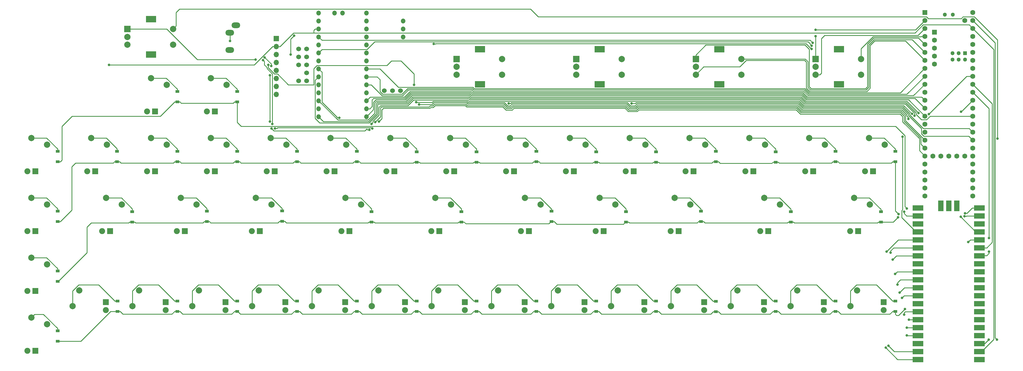
<source format=gbl>
G04 #@! TF.GenerationSoftware,KiCad,Pcbnew,(5.1.4)-1*
G04 #@! TF.CreationDate,2022-01-07T23:34:50-05:00*
G04 #@! TF.ProjectId,the_TOP-1,7468655f-544f-4502-9d31-2e6b69636164,rev?*
G04 #@! TF.SameCoordinates,Original*
G04 #@! TF.FileFunction,Copper,L2,Bot*
G04 #@! TF.FilePolarity,Positive*
%FSLAX46Y46*%
G04 Gerber Fmt 4.6, Leading zero omitted, Abs format (unit mm)*
G04 Created by KiCad (PCBNEW (5.1.4)-1) date 2022-01-07 23:34:50*
%MOMM*%
%LPD*%
G04 APERTURE LIST*
%ADD10O,1.524000X1.524000*%
%ADD11C,1.524000*%
%ADD12O,2.800000X1.800000*%
%ADD13O,1.700000X1.700000*%
%ADD14R,1.700000X1.700000*%
%ADD15C,1.600000*%
%ADD16R,1.600000X1.600000*%
%ADD17R,1.300000X1.300000*%
%ADD18C,1.300000*%
%ADD19R,1.905000X1.905000*%
%ADD20C,1.905000*%
%ADD21C,2.000000*%
%ADD22R,1.700000X3.500000*%
%ADD23R,3.500000X1.700000*%
%ADD24R,2.000000X2.000000*%
%ADD25R,3.200000X2.000000*%
%ADD26R,1.200000X0.900000*%
%ADD27C,0.800000*%
%ADD28C,0.250000*%
G04 APERTURE END LIST*
D10*
X97155000Y17145000D03*
X97155000Y14605000D03*
X97155000Y12065000D03*
X97155000Y9525000D03*
X97155000Y6985000D03*
X97155000Y4445000D03*
X97155000Y1905000D03*
X97155000Y-635000D03*
X97155000Y-3175000D03*
X97155000Y-5715000D03*
X97155000Y-8255000D03*
X97155000Y-10795000D03*
X97155000Y-13335000D03*
X97155000Y-15875000D03*
X89535000Y17145000D03*
X86995000Y17145000D03*
X81915000Y-15875000D03*
X81915000Y-13335000D03*
X81915000Y-10795000D03*
X81915000Y-8255000D03*
X81915000Y-5715000D03*
X81915000Y-3175000D03*
X81915000Y-635000D03*
X81915000Y1905000D03*
X81915000Y4445000D03*
X81915000Y6985000D03*
X81915000Y9525000D03*
X81915000Y12065000D03*
X81915000Y14605000D03*
X81915000Y17145000D03*
D11*
X78105000Y5715000D03*
X78105000Y3175000D03*
X75565000Y5715000D03*
X75565000Y3175000D03*
X75565000Y635000D03*
X78105000Y635000D03*
X78105000Y-1905000D03*
X78105000Y-4445000D03*
X75565000Y-4445000D03*
X102847140Y-7645400D03*
X105427780Y-7645400D03*
X107965240Y-7645400D03*
D10*
X108839000Y12065000D03*
X108839000Y9525000D03*
X108839000Y14605000D03*
D12*
X53626000Y5308000D03*
X53626000Y10808000D03*
X55626000Y13208000D03*
D13*
X68443999Y-8762999D03*
X68443999Y-6222999D03*
X68443999Y-3682999D03*
X68443999Y-1142999D03*
X68443999Y1397001D03*
X68443999Y3937001D03*
X68443999Y6477001D03*
D14*
X68443999Y9017001D03*
D15*
X287655000Y14763750D03*
X278005800Y844550D03*
X278005800Y3384550D03*
X278005800Y5924550D03*
X278005800Y8464550D03*
D16*
X278005800Y11004550D03*
D15*
X290195000Y17303750D03*
X290195000Y14763750D03*
X290195000Y12223750D03*
X290195000Y9683750D03*
X290195000Y7143750D03*
X290195000Y4603750D03*
X290195000Y2063750D03*
X290195000Y-476250D03*
X290195000Y-3016250D03*
X290195000Y-5556250D03*
X290195000Y-8096250D03*
X290195000Y-10636250D03*
X290195000Y-13176250D03*
X290195000Y-15716250D03*
D16*
X274955000Y17303750D03*
D15*
X274955000Y14763750D03*
X274955000Y12223750D03*
X274955000Y9683750D03*
X274955000Y7143750D03*
X274955000Y4603750D03*
X274955000Y2063750D03*
X274955000Y-476250D03*
X274955000Y-3016250D03*
X274955000Y-5556250D03*
X274955000Y-8096250D03*
X274955000Y-10636250D03*
X274955000Y-13176250D03*
X290195000Y-18256250D03*
X290195000Y-20796250D03*
X290195000Y-23336250D03*
X290195000Y-25876250D03*
X290195000Y-28416250D03*
X290195000Y-30956250D03*
X290195000Y-33496250D03*
X290195000Y-36036250D03*
X290195000Y-38576250D03*
X290195000Y-41116250D03*
X274955000Y-41116250D03*
X274955000Y-38576250D03*
X274955000Y-36036250D03*
X274955000Y-33496250D03*
X274955000Y-15716250D03*
X274955000Y-18256250D03*
X274955000Y-20796250D03*
X274955000Y-30956250D03*
X274955000Y-28416250D03*
X274955000Y-25876250D03*
X274955000Y-23336250D03*
D17*
X287756600Y4333750D03*
D18*
X287756600Y2333750D03*
X285756600Y4333750D03*
X285756600Y2333750D03*
X283756600Y2333750D03*
X283756600Y4333750D03*
D15*
X277495000Y-28416250D03*
X280035000Y-28416250D03*
X282575000Y-28416250D03*
X285115000Y-28416250D03*
X287655000Y-28416250D03*
D18*
X281305000Y16573750D03*
X283845000Y16573750D03*
D19*
X71375000Y-74930000D03*
D20*
X71375000Y-77470000D03*
D21*
X62875000Y-71200000D03*
X60775000Y-76200000D03*
D22*
X285115000Y-44256250D03*
X282575000Y-44256250D03*
X280035000Y-44256250D03*
D23*
X292365000Y-44926250D03*
X292365000Y-47466250D03*
X292365000Y-50006250D03*
X292365000Y-52546250D03*
X292365000Y-55086250D03*
X292365000Y-57626250D03*
X292365000Y-60166250D03*
X292365000Y-62706250D03*
X292365000Y-65246250D03*
X292365000Y-67786250D03*
X292365000Y-70326250D03*
X292365000Y-72866250D03*
X292365000Y-75406250D03*
X292365000Y-77946250D03*
X292365000Y-80486250D03*
X292365000Y-83026250D03*
X292365000Y-85566250D03*
X292365000Y-88106250D03*
X292365000Y-90646250D03*
X292365000Y-93186250D03*
X272785000Y-44926250D03*
X272785000Y-47466250D03*
X272785000Y-50006250D03*
X272785000Y-52546250D03*
X272785000Y-55086250D03*
X272785000Y-57626250D03*
X272785000Y-60166250D03*
X272785000Y-62706250D03*
X272785000Y-65246250D03*
X272785000Y-67786250D03*
X272785000Y-70326250D03*
X272785000Y-72866250D03*
X272785000Y-75406250D03*
X272785000Y-77946250D03*
X272785000Y-80486250D03*
X272785000Y-83026250D03*
X272785000Y-85566250D03*
X272785000Y-88106250D03*
X272785000Y-90646250D03*
X272785000Y-93186250D03*
D19*
X253682500Y-52325000D03*
D20*
X251142500Y-52325000D03*
D21*
X257412500Y-43825000D03*
X252412500Y-41725000D03*
D19*
X239395000Y-33275000D03*
D20*
X236855000Y-33275000D03*
D21*
X243125000Y-24775000D03*
X238125000Y-22675000D03*
D19*
X225107500Y-52325000D03*
D20*
X222567500Y-52325000D03*
D21*
X228837500Y-43825000D03*
X223837500Y-41725000D03*
D19*
X196532500Y-52325000D03*
D20*
X193992500Y-52325000D03*
D21*
X200262500Y-43825000D03*
X195262500Y-41725000D03*
D19*
X201295000Y-33275000D03*
D20*
X198755000Y-33275000D03*
D21*
X205025000Y-24775000D03*
X200025000Y-22675000D03*
D19*
X148907500Y-52325000D03*
D20*
X146367500Y-52325000D03*
D21*
X152637500Y-43825000D03*
X147637500Y-41725000D03*
D19*
X120332500Y-52325000D03*
D20*
X117792500Y-52325000D03*
D21*
X124062500Y-43825000D03*
X119062500Y-41725000D03*
D19*
X63182500Y-52325000D03*
D20*
X60642500Y-52325000D03*
D21*
X66912500Y-43825000D03*
X61912500Y-41725000D03*
D19*
X67945000Y-33275000D03*
D20*
X65405000Y-33275000D03*
D21*
X71675000Y-24775000D03*
X66675000Y-22675000D03*
D19*
X91757500Y-52325000D03*
D20*
X89217500Y-52325000D03*
D21*
X95487500Y-43825000D03*
X90487500Y-41725000D03*
D19*
X15557500Y-52325000D03*
D20*
X13017500Y-52325000D03*
D21*
X19287500Y-43825000D03*
X14287500Y-41725000D03*
D24*
X240151920Y2499360D03*
D21*
X240151920Y-640D03*
X240151920Y-2500640D03*
D25*
X247651920Y5599360D03*
X247651920Y-5600640D03*
D21*
X254651920Y2499360D03*
X254651920Y-2500640D03*
D24*
X202051920Y2499360D03*
D21*
X202051920Y-640D03*
X202051920Y-2500640D03*
D25*
X209551920Y5599360D03*
X209551920Y-5600640D03*
D21*
X216551920Y2499360D03*
X216551920Y-2500640D03*
D24*
X163951920Y2499360D03*
D21*
X163951920Y-640D03*
X163951920Y-2500640D03*
D25*
X171451920Y5599360D03*
X171451920Y-5600640D03*
D21*
X178451920Y2499360D03*
X178451920Y-2500640D03*
D24*
X125851920Y2499360D03*
D21*
X125851920Y-640D03*
X125851920Y-2500640D03*
D25*
X133351920Y5599360D03*
X133351920Y-5600640D03*
D21*
X140351920Y2499360D03*
X140351920Y-2500640D03*
D24*
X21076920Y12024360D03*
D21*
X21076920Y9524360D03*
X21076920Y7024360D03*
D25*
X28576920Y15124360D03*
X28576920Y3924360D03*
D21*
X35576920Y12024360D03*
X35576920Y7024360D03*
D19*
X261875000Y-74930000D03*
D20*
X261875000Y-77470000D03*
D21*
X253375000Y-71200000D03*
X251275000Y-76200000D03*
D19*
X258445000Y-33275000D03*
D20*
X255905000Y-33275000D03*
D21*
X262175000Y-24775000D03*
X257175000Y-22675000D03*
D19*
X242825000Y-74930000D03*
D20*
X242825000Y-77470000D03*
D21*
X234325000Y-71200000D03*
X232225000Y-76200000D03*
D19*
X223775000Y-74930000D03*
D20*
X223775000Y-77470000D03*
D21*
X215275000Y-71200000D03*
X213175000Y-76200000D03*
D19*
X220345000Y-33275000D03*
D20*
X217805000Y-33275000D03*
D21*
X224075000Y-24775000D03*
X219075000Y-22675000D03*
D19*
X204725000Y-74930000D03*
D20*
X204725000Y-77470000D03*
D21*
X196225000Y-71200000D03*
X194125000Y-76200000D03*
D19*
X185675000Y-74930000D03*
D20*
X185675000Y-77470000D03*
D21*
X177175000Y-71200000D03*
X175075000Y-76200000D03*
D19*
X182245000Y-33275000D03*
D20*
X179705000Y-33275000D03*
D21*
X185975000Y-24775000D03*
X180975000Y-22675000D03*
D19*
X166625000Y-74930000D03*
D20*
X166625000Y-77470000D03*
D21*
X158125000Y-71200000D03*
X156025000Y-76200000D03*
D19*
X172720000Y-52325000D03*
D20*
X170180000Y-52325000D03*
D21*
X176450000Y-43825000D03*
X171450000Y-41725000D03*
D19*
X163195000Y-33275000D03*
D20*
X160655000Y-33275000D03*
D21*
X166925000Y-24775000D03*
X161925000Y-22675000D03*
D19*
X147575000Y-74930000D03*
D20*
X147575000Y-77470000D03*
D21*
X139075000Y-71200000D03*
X136975000Y-76200000D03*
D19*
X144145000Y-33275000D03*
D20*
X141605000Y-33275000D03*
D21*
X147875000Y-24775000D03*
X142875000Y-22675000D03*
D19*
X128525000Y-74930000D03*
D20*
X128525000Y-77470000D03*
D21*
X120025000Y-71200000D03*
X117925000Y-76200000D03*
D19*
X125095000Y-33275000D03*
D20*
X122555000Y-33275000D03*
D21*
X128825000Y-24775000D03*
X123825000Y-22675000D03*
D19*
X109475000Y-74930000D03*
D20*
X109475000Y-77470000D03*
D21*
X100975000Y-71200000D03*
X98875000Y-76200000D03*
D19*
X106045000Y-33275000D03*
D20*
X103505000Y-33275000D03*
D21*
X109775000Y-24775000D03*
X104775000Y-22675000D03*
D19*
X90425000Y-74930000D03*
D20*
X90425000Y-77470000D03*
D21*
X81925000Y-71200000D03*
X79825000Y-76200000D03*
D19*
X86995000Y-33275000D03*
D20*
X84455000Y-33275000D03*
D21*
X90725000Y-24775000D03*
X85725000Y-22675000D03*
D19*
X52325000Y-74930000D03*
D20*
X52325000Y-77470000D03*
D21*
X43825000Y-71200000D03*
X41725000Y-76200000D03*
D19*
X48895000Y-33275000D03*
D20*
X46355000Y-33275000D03*
D21*
X52625000Y-24775000D03*
X47625000Y-22675000D03*
D19*
X48895000Y-14225000D03*
D20*
X46355000Y-14225000D03*
D21*
X52625000Y-5725000D03*
X47625000Y-3625000D03*
D19*
X33275000Y-74930000D03*
D20*
X33275000Y-77470000D03*
D21*
X24775000Y-71200000D03*
X22675000Y-76200000D03*
D19*
X39370000Y-52325000D03*
D20*
X36830000Y-52325000D03*
D21*
X43100000Y-43825000D03*
X38100000Y-41725000D03*
D19*
X29845000Y-33275000D03*
D20*
X27305000Y-33275000D03*
D21*
X33575000Y-24775000D03*
X28575000Y-22675000D03*
D19*
X29845000Y-14225000D03*
D20*
X27305000Y-14225000D03*
D21*
X33575000Y-5725000D03*
X28575000Y-3625000D03*
D19*
X14225000Y-74930000D03*
D20*
X14225000Y-77470000D03*
D21*
X5725000Y-71200000D03*
X3625000Y-76200000D03*
X9525000Y-22675000D03*
X14525000Y-24775000D03*
D20*
X8255000Y-33275000D03*
D19*
X10795000Y-33275000D03*
X-8255000Y-90425000D03*
D20*
X-10795000Y-90425000D03*
D21*
X-4525000Y-81925000D03*
X-9525000Y-79825000D03*
D19*
X-8255000Y-71375000D03*
D20*
X-10795000Y-71375000D03*
D21*
X-4525000Y-62875000D03*
X-9525000Y-60775000D03*
D19*
X-8255000Y-52325000D03*
D20*
X-10795000Y-52325000D03*
D21*
X-4525000Y-43825000D03*
X-9525000Y-41725000D03*
D19*
X-8255000Y-33275000D03*
D20*
X-10795000Y-33275000D03*
D21*
X-4525000Y-24775000D03*
X-9525000Y-22675000D03*
D26*
X265557000Y-74550000D03*
X265557000Y-77850000D03*
X260985000Y-46102000D03*
X260985000Y-49402000D03*
X265557000Y-26925000D03*
X265557000Y-30225000D03*
X246507000Y-74550000D03*
X246507000Y-77850000D03*
X246507000Y-26925000D03*
X246507000Y-30225000D03*
X227457000Y-74550000D03*
X227457000Y-77850000D03*
X227457000Y-27052000D03*
X227457000Y-30352000D03*
X208407000Y-74677000D03*
X208407000Y-77977000D03*
X203708000Y-45975000D03*
X203708000Y-49275000D03*
X208407000Y-26925000D03*
X208407000Y-30225000D03*
X189357000Y-74550000D03*
X189357000Y-77850000D03*
X232283000Y-46102000D03*
X232283000Y-49402000D03*
X189357000Y-27052000D03*
X189357000Y-30352000D03*
X170307000Y-74550000D03*
X170307000Y-77850000D03*
X179832000Y-46102000D03*
X179832000Y-49402000D03*
X170307000Y-27052000D03*
X170307000Y-30352000D03*
X151257000Y-74550000D03*
X151257000Y-77850000D03*
X151257000Y-26925000D03*
X151257000Y-30225000D03*
X132207000Y-74550000D03*
X132207000Y-77850000D03*
X156083000Y-45975000D03*
X156083000Y-49275000D03*
X132207000Y-27052000D03*
X132207000Y-30352000D03*
X113157000Y-74550000D03*
X113157000Y-77850000D03*
X127381000Y-46102000D03*
X127381000Y-49402000D03*
X113157000Y-27052000D03*
X113157000Y-30352000D03*
X94107000Y-74550000D03*
X94107000Y-77850000D03*
X98806000Y-46102000D03*
X98806000Y-49402000D03*
X94107000Y-26925000D03*
X94107000Y-30225000D03*
X75057000Y-74550000D03*
X75057000Y-77850000D03*
X75057000Y-26925000D03*
X75057000Y-30225000D03*
X56007000Y-74550000D03*
X56007000Y-77850000D03*
X70358000Y-45848000D03*
X70358000Y-49148000D03*
X56007000Y-26925000D03*
X56007000Y-30225000D03*
X56007000Y-7875000D03*
X56007000Y-11175000D03*
X36957000Y-74550000D03*
X36957000Y-77850000D03*
X46355000Y-45975000D03*
X46355000Y-49275000D03*
X36957000Y-26925000D03*
X36957000Y-30225000D03*
X36957000Y-7875000D03*
X36957000Y-11175000D03*
X17907000Y-74550000D03*
X17907000Y-77850000D03*
X22606000Y-46102000D03*
X22606000Y-49402000D03*
X17780000Y-26925000D03*
X17780000Y-30225000D03*
X-1143000Y-84075000D03*
X-1143000Y-87375000D03*
X-1143000Y-65025000D03*
X-1143000Y-68325000D03*
X-1143000Y-45975000D03*
X-1143000Y-49275000D03*
X-1143000Y-26925000D03*
X-1143000Y-30225000D03*
D27*
X269240000Y-45085000D03*
X287782000Y-46609000D03*
X266573000Y-46863000D03*
X287585884Y-47589583D03*
X266446000Y-47879000D03*
X286385000Y-47784010D03*
X288798000Y-55753000D03*
X268605000Y-77089000D03*
X15240000Y635000D03*
X262509000Y-89408000D03*
X263398000Y-88773000D03*
X269240000Y-85471000D03*
X269240000Y-83058000D03*
X269875000Y-80518000D03*
X268383000Y-78867000D03*
X267658000Y-73533000D03*
X266933000Y-71882000D03*
X266208000Y-69342000D03*
X265483000Y-65913000D03*
X264758000Y-61341000D03*
X264033000Y-59182000D03*
X262763000Y-58801000D03*
X267843000Y-22225000D03*
X268351000Y-46101000D03*
X113030294Y-11266000D03*
X269707684Y-16550316D03*
X65913000Y635001D03*
X112305294Y-5752000D03*
X113897888Y-12028000D03*
X101134067Y-17464536D03*
X98061692Y-20098010D03*
X66959226Y-19648000D03*
X66458000Y-17400284D03*
X66458000Y-2720859D03*
X66832147Y241080D03*
X64753136Y2962914D03*
X61849000Y2286000D03*
X64274314Y2085001D03*
X67183000Y-18198000D03*
X68072000Y-19648000D03*
X99060000Y-19648000D03*
X99934649Y-17638649D03*
X298043020Y-22860000D03*
X142487640Y-11700728D03*
X181610000Y-11700728D03*
X240157000Y9779000D03*
X240157000Y11811000D03*
X295275000Y-86868000D03*
X297942000Y-86868000D03*
X295402000Y-54483000D03*
X295402000Y-58801000D03*
X239268000Y7620000D03*
X238857501Y6708138D03*
X118618000Y7262989D03*
X238891539Y5708716D03*
X88523653Y-16237001D03*
X98806000Y-18198000D03*
X270863196Y-14971111D03*
X271636255Y-15605447D03*
X276225000Y-15045779D03*
X272934222Y-14720778D03*
X286510471Y-14320779D03*
X53721000Y8255000D03*
X74134192Y9939808D03*
X73025000Y3937000D03*
D28*
X-1143000Y-26225000D02*
X-1143000Y-26925000D01*
X-1143000Y-26195998D02*
X-1143000Y-26225000D01*
X-4663998Y-22675000D02*
X-1143000Y-26195998D01*
X-9525000Y-22675000D02*
X-4663998Y-22675000D01*
X-293000Y-30225000D02*
X254000Y-29678000D01*
X-1143000Y-30225000D02*
X-293000Y-30225000D01*
X254000Y-29678000D02*
X254000Y-18923000D01*
X254000Y-18923000D02*
X3429000Y-15748000D01*
X36107000Y-11175000D02*
X36957000Y-11175000D01*
X31534000Y-15748000D02*
X36107000Y-11175000D01*
X3429000Y-15748000D02*
X31534000Y-15748000D01*
X55157000Y-11175000D02*
X56007000Y-11175000D01*
X54781999Y-11550001D02*
X55157000Y-11175000D01*
X38182001Y-11550001D02*
X54781999Y-11550001D01*
X37807000Y-11175000D02*
X38182001Y-11550001D01*
X36957000Y-11175000D02*
X37807000Y-11175000D01*
X56007000Y-11175000D02*
X56007000Y-11875000D01*
X56007000Y-11875000D02*
X56007000Y-17653000D01*
X56007000Y-17653000D02*
X57277000Y-18923000D01*
X265614002Y-18923000D02*
X268605000Y-21913998D01*
X57277000Y-18923000D02*
X265614002Y-18923000D01*
X268605000Y-21913998D02*
X268605000Y-44450000D01*
X268605000Y-44450000D02*
X269240000Y-45085000D01*
X290030435Y-44926250D02*
X291465000Y-44926250D01*
X288347685Y-46609000D02*
X290030435Y-44926250D01*
X287782000Y-46609000D02*
X288347685Y-46609000D01*
X-1143000Y-45275000D02*
X-1143000Y-45975000D01*
X-1143000Y-45245998D02*
X-1143000Y-45275000D01*
X-4663998Y-41725000D02*
X-1143000Y-45245998D01*
X-9525000Y-41725000D02*
X-4663998Y-41725000D01*
X3379999Y-45602001D02*
X3379999Y-31799001D01*
X-1143000Y-49275000D02*
X-293000Y-49275000D01*
X-293000Y-49275000D02*
X3379999Y-45602001D01*
X16930000Y-30225000D02*
X17780000Y-30225000D01*
X16554999Y-30600001D02*
X16930000Y-30225000D01*
X4578999Y-30600001D02*
X16554999Y-30600001D01*
X3379999Y-31799001D02*
X4578999Y-30600001D01*
X36107000Y-30225000D02*
X36957000Y-30225000D01*
X35731999Y-30600001D02*
X36107000Y-30225000D01*
X19005001Y-30600001D02*
X35731999Y-30600001D01*
X18630000Y-30225000D02*
X19005001Y-30600001D01*
X17780000Y-30225000D02*
X18630000Y-30225000D01*
X265557000Y-30225000D02*
X265557000Y-45847000D01*
X265557000Y-45847000D02*
X266573000Y-46863000D01*
X288274902Y-47466250D02*
X291465000Y-47466250D01*
X288151569Y-47589583D02*
X288274902Y-47466250D01*
X287585884Y-47589583D02*
X288151569Y-47589583D01*
X37807000Y-30225000D02*
X36957000Y-30225000D01*
X38182001Y-30600001D02*
X37807000Y-30225000D01*
X54781999Y-30600001D02*
X38182001Y-30600001D01*
X55157000Y-30225000D02*
X54781999Y-30600001D01*
X56007000Y-30225000D02*
X55157000Y-30225000D01*
X246657000Y-30225000D02*
X246507000Y-30225000D01*
X265557000Y-30225000D02*
X264707000Y-30225000D01*
X227607000Y-30352000D02*
X227457000Y-30352000D01*
X246507000Y-30225000D02*
X245657000Y-30225000D01*
X208557000Y-30225000D02*
X208407000Y-30225000D01*
X227457000Y-30352000D02*
X226607000Y-30352000D01*
X190207000Y-30352000D02*
X189357000Y-30352000D01*
X190455001Y-30600001D02*
X190207000Y-30352000D01*
X207181999Y-30600001D02*
X190455001Y-30600001D01*
X207557000Y-30225000D02*
X207181999Y-30600001D01*
X208407000Y-30225000D02*
X207557000Y-30225000D01*
X170457000Y-30352000D02*
X170307000Y-30352000D01*
X189357000Y-30352000D02*
X188507000Y-30352000D01*
X151407000Y-30225000D02*
X151257000Y-30225000D01*
X170307000Y-30352000D02*
X169457000Y-30352000D01*
X132357000Y-30352000D02*
X132207000Y-30352000D01*
X151257000Y-30225000D02*
X150407000Y-30225000D01*
X114007000Y-30352000D02*
X113157000Y-30352000D01*
X114255001Y-30600001D02*
X114007000Y-30352000D01*
X131108999Y-30600001D02*
X114255001Y-30600001D01*
X131357000Y-30352000D02*
X131108999Y-30600001D01*
X132207000Y-30352000D02*
X131357000Y-30352000D01*
X94957000Y-30225000D02*
X94107000Y-30225000D01*
X95332001Y-30600001D02*
X94957000Y-30225000D01*
X112058999Y-30600001D02*
X95332001Y-30600001D01*
X112307000Y-30352000D02*
X112058999Y-30600001D01*
X113157000Y-30352000D02*
X112307000Y-30352000D01*
X75907000Y-30225000D02*
X75057000Y-30225000D01*
X76282001Y-30600001D02*
X75907000Y-30225000D01*
X92881999Y-30600001D02*
X76282001Y-30600001D01*
X93257000Y-30225000D02*
X92881999Y-30600001D01*
X94107000Y-30225000D02*
X93257000Y-30225000D01*
X56857000Y-30225000D02*
X56007000Y-30225000D01*
X57232001Y-30600001D02*
X56857000Y-30225000D01*
X73831999Y-30600001D02*
X57232001Y-30600001D01*
X74207000Y-30225000D02*
X73831999Y-30600001D01*
X75057000Y-30225000D02*
X74207000Y-30225000D01*
X247357000Y-30225000D02*
X246507000Y-30225000D01*
X247732001Y-30600001D02*
X247357000Y-30225000D01*
X264331999Y-30600001D02*
X247732001Y-30600001D01*
X264707000Y-30225000D02*
X264331999Y-30600001D01*
X228307000Y-30352000D02*
X227457000Y-30352000D01*
X228562000Y-30607000D02*
X228307000Y-30352000D01*
X245275000Y-30607000D02*
X228562000Y-30607000D01*
X245657000Y-30225000D02*
X245275000Y-30607000D01*
X209257000Y-30225000D02*
X208407000Y-30225000D01*
X209766000Y-30734000D02*
X209257000Y-30225000D01*
X226225000Y-30734000D02*
X209766000Y-30734000D01*
X226607000Y-30352000D02*
X226225000Y-30734000D01*
X171157000Y-30352000D02*
X170307000Y-30352000D01*
X171405001Y-30600001D02*
X171157000Y-30352000D01*
X188258999Y-30600001D02*
X171405001Y-30600001D01*
X188507000Y-30352000D02*
X188258999Y-30600001D01*
X152107000Y-30225000D02*
X151257000Y-30225000D01*
X152489000Y-30607000D02*
X152107000Y-30225000D01*
X169202000Y-30607000D02*
X152489000Y-30607000D01*
X169457000Y-30352000D02*
X169202000Y-30607000D01*
X133057000Y-30352000D02*
X132207000Y-30352000D01*
X133305001Y-30600001D02*
X133057000Y-30352000D01*
X150031999Y-30600001D02*
X133305001Y-30600001D01*
X150407000Y-30225000D02*
X150031999Y-30600001D01*
X-1143000Y-64325000D02*
X-1143000Y-65025000D01*
X-1143000Y-64295998D02*
X-1143000Y-64325000D01*
X-4663998Y-60775000D02*
X-1143000Y-64295998D01*
X-9525000Y-60775000D02*
X-4663998Y-60775000D01*
X8142499Y-59189501D02*
X8142499Y-51039501D01*
X-1143000Y-68325000D02*
X-993000Y-68325000D01*
X-993000Y-68325000D02*
X8142499Y-59189501D01*
X21756000Y-49402000D02*
X22606000Y-49402000D01*
X21507999Y-49650001D02*
X21756000Y-49402000D01*
X9531999Y-49650001D02*
X21507999Y-49650001D01*
X8142499Y-51039501D02*
X9531999Y-49650001D01*
X260985000Y-49402000D02*
X264923000Y-49402000D01*
X264923000Y-49402000D02*
X266446000Y-47879000D01*
X291147240Y-52546250D02*
X291465000Y-52546250D01*
X286385000Y-47784010D02*
X291147240Y-52546250D01*
X69508000Y-49148000D02*
X70358000Y-49148000D01*
X69005999Y-49650001D02*
X69508000Y-49148000D01*
X47580001Y-49650001D02*
X69005999Y-49650001D01*
X47205000Y-49275000D02*
X47580001Y-49650001D01*
X46355000Y-49275000D02*
X47205000Y-49275000D01*
X45505000Y-49275000D02*
X46355000Y-49275000D01*
X45129999Y-49650001D02*
X45505000Y-49275000D01*
X23704001Y-49650001D02*
X45129999Y-49650001D01*
X23456000Y-49402000D02*
X23704001Y-49650001D01*
X22606000Y-49402000D02*
X23456000Y-49402000D01*
X97956000Y-49402000D02*
X98806000Y-49402000D01*
X97707999Y-49650001D02*
X97956000Y-49402000D01*
X126531000Y-49402000D02*
X127381000Y-49402000D01*
X126282999Y-49650001D02*
X126531000Y-49402000D01*
X99904001Y-49650001D02*
X126282999Y-49650001D01*
X99656000Y-49402000D02*
X99904001Y-49650001D01*
X98806000Y-49402000D02*
X99656000Y-49402000D01*
X71710001Y-49650001D02*
X97707999Y-49650001D01*
X71208000Y-49148000D02*
X71710001Y-49650001D01*
X70358000Y-49148000D02*
X71208000Y-49148000D01*
X155933000Y-49275000D02*
X156083000Y-49275000D01*
X155233000Y-49975000D02*
X155933000Y-49275000D01*
X128804000Y-49975000D02*
X155233000Y-49975000D01*
X128231000Y-49402000D02*
X128804000Y-49975000D01*
X127381000Y-49402000D02*
X128231000Y-49402000D01*
X179682000Y-49402000D02*
X179832000Y-49402000D01*
X178982000Y-50102000D02*
X179682000Y-49402000D01*
X157760000Y-50102000D02*
X178982000Y-50102000D01*
X156933000Y-49275000D02*
X157760000Y-50102000D01*
X156083000Y-49275000D02*
X156933000Y-49275000D01*
X202858000Y-49275000D02*
X203708000Y-49275000D01*
X202482999Y-49650001D02*
X202858000Y-49275000D01*
X180930001Y-49650001D02*
X202482999Y-49650001D01*
X180682000Y-49402000D02*
X180930001Y-49650001D01*
X179832000Y-49402000D02*
X180682000Y-49402000D01*
X231433000Y-49402000D02*
X232283000Y-49402000D01*
X231184999Y-49650001D02*
X231433000Y-49402000D01*
X204933001Y-49650001D02*
X231184999Y-49650001D01*
X204558000Y-49275000D02*
X204933001Y-49650001D01*
X203708000Y-49275000D02*
X204558000Y-49275000D01*
X260135000Y-49402000D02*
X260985000Y-49402000D01*
X259886999Y-49650001D02*
X260135000Y-49402000D01*
X233381001Y-49650001D02*
X259886999Y-49650001D01*
X233133000Y-49402000D02*
X233381001Y-49650001D01*
X232283000Y-49402000D02*
X233133000Y-49402000D01*
X-1143000Y-83375000D02*
X-1143000Y-84075000D01*
X-1143000Y-83345998D02*
X-1143000Y-83375000D01*
X-5663997Y-78825001D02*
X-1143000Y-83345998D01*
X-8525001Y-78825001D02*
X-5663997Y-78825001D01*
X-9525000Y-79825000D02*
X-8525001Y-78825001D01*
X17057000Y-77850000D02*
X17907000Y-77850000D01*
X15735702Y-77850000D02*
X17057000Y-77850000D01*
X6210702Y-87375000D02*
X15735702Y-77850000D01*
X-1143000Y-87375000D02*
X6210702Y-87375000D01*
X291465000Y-55086250D02*
X289464750Y-55086250D01*
X289464750Y-55086250D02*
X288798000Y-55753000D01*
X265557000Y-78740000D02*
X265557000Y-77850000D01*
X265938000Y-79121000D02*
X265557000Y-78740000D01*
X268605000Y-77089000D02*
X266573000Y-79121000D01*
X266573000Y-79121000D02*
X265938000Y-79121000D01*
X37807000Y-77850000D02*
X36957000Y-77850000D01*
X38704501Y-78747501D02*
X37807000Y-77850000D01*
X54259499Y-78747501D02*
X38704501Y-78747501D01*
X55157000Y-77850000D02*
X54259499Y-78747501D01*
X56007000Y-77850000D02*
X55157000Y-77850000D01*
X18757000Y-77850000D02*
X17907000Y-77850000D01*
X19654501Y-78747501D02*
X18757000Y-77850000D01*
X35209499Y-78747501D02*
X19654501Y-78747501D01*
X36107000Y-77850000D02*
X35209499Y-78747501D01*
X36957000Y-77850000D02*
X36107000Y-77850000D01*
X74207000Y-77850000D02*
X75057000Y-77850000D01*
X73309499Y-78747501D02*
X74207000Y-77850000D01*
X57054501Y-78747501D02*
X73309499Y-78747501D01*
X56157000Y-77850000D02*
X57054501Y-78747501D01*
X56007000Y-77850000D02*
X56157000Y-77850000D01*
X93257000Y-77850000D02*
X94107000Y-77850000D01*
X92359499Y-78747501D02*
X93257000Y-77850000D01*
X76804501Y-78747501D02*
X92359499Y-78747501D01*
X75907000Y-77850000D02*
X76804501Y-78747501D01*
X75057000Y-77850000D02*
X75907000Y-77850000D01*
X112307000Y-77850000D02*
X113157000Y-77850000D01*
X111409499Y-78747501D02*
X112307000Y-77850000D01*
X95854501Y-78747501D02*
X111409499Y-78747501D01*
X94957000Y-77850000D02*
X95854501Y-78747501D01*
X94107000Y-77850000D02*
X94957000Y-77850000D01*
X131357000Y-77850000D02*
X132207000Y-77850000D01*
X130459499Y-78747501D02*
X131357000Y-77850000D01*
X114904501Y-78747501D02*
X130459499Y-78747501D01*
X114007000Y-77850000D02*
X114904501Y-78747501D01*
X113157000Y-77850000D02*
X114007000Y-77850000D01*
X150407000Y-77850000D02*
X151257000Y-77850000D01*
X149509499Y-78747501D02*
X150407000Y-77850000D01*
X133954501Y-78747501D02*
X149509499Y-78747501D01*
X133057000Y-77850000D02*
X133954501Y-78747501D01*
X132207000Y-77850000D02*
X133057000Y-77850000D01*
X169457000Y-77850000D02*
X170307000Y-77850000D01*
X168559499Y-78747501D02*
X169457000Y-77850000D01*
X153004501Y-78747501D02*
X168559499Y-78747501D01*
X152107000Y-77850000D02*
X153004501Y-78747501D01*
X151257000Y-77850000D02*
X152107000Y-77850000D01*
X188507000Y-77850000D02*
X189357000Y-77850000D01*
X187609499Y-78747501D02*
X188507000Y-77850000D01*
X172054501Y-78747501D02*
X187609499Y-78747501D01*
X171157000Y-77850000D02*
X172054501Y-78747501D01*
X170307000Y-77850000D02*
X171157000Y-77850000D01*
X207557000Y-77977000D02*
X208407000Y-77977000D01*
X206786499Y-78747501D02*
X207557000Y-77977000D01*
X191104501Y-78747501D02*
X206786499Y-78747501D01*
X190207000Y-77850000D02*
X191104501Y-78747501D01*
X189357000Y-77850000D02*
X190207000Y-77850000D01*
X226607000Y-77850000D02*
X227457000Y-77850000D01*
X225709499Y-78747501D02*
X226607000Y-77850000D01*
X210027501Y-78747501D02*
X225709499Y-78747501D01*
X209257000Y-77977000D02*
X210027501Y-78747501D01*
X208407000Y-77977000D02*
X209257000Y-77977000D01*
X245657000Y-77850000D02*
X246507000Y-77850000D01*
X244759499Y-78747501D02*
X245657000Y-77850000D01*
X229204501Y-78747501D02*
X244759499Y-78747501D01*
X228307000Y-77850000D02*
X229204501Y-78747501D01*
X227457000Y-77850000D02*
X228307000Y-77850000D01*
X264707000Y-77850000D02*
X265557000Y-77850000D01*
X263809499Y-78747501D02*
X264707000Y-77850000D01*
X248254501Y-78747501D02*
X263809499Y-78747501D01*
X247357000Y-77850000D02*
X248254501Y-78747501D01*
X246507000Y-77850000D02*
X247357000Y-77850000D01*
X17780000Y-26225000D02*
X17780000Y-26925000D01*
X17780000Y-26068998D02*
X17780000Y-26225000D01*
X14386002Y-22675000D02*
X17780000Y-26068998D01*
X9525000Y-22675000D02*
X14386002Y-22675000D01*
X22606000Y-45402000D02*
X22606000Y-46102000D01*
X22606000Y-45182498D02*
X22606000Y-45402000D01*
X19148502Y-41725000D02*
X22606000Y-45182498D01*
X14287500Y-41725000D02*
X19148502Y-41725000D01*
X17057000Y-74550000D02*
X17907000Y-74550000D01*
X11931999Y-69424999D02*
X17057000Y-74550000D01*
X5538999Y-69424999D02*
X11931999Y-69424999D01*
X3625000Y-71338998D02*
X5538999Y-69424999D01*
X3625000Y-76200000D02*
X3625000Y-71338998D01*
X36957000Y-7175000D02*
X36957000Y-7875000D01*
X36957000Y-7145998D02*
X36957000Y-7175000D01*
X33436002Y-3625000D02*
X36957000Y-7145998D01*
X28575000Y-3625000D02*
X33436002Y-3625000D01*
X36957000Y-26225000D02*
X36957000Y-26925000D01*
X36957000Y-26195998D02*
X36957000Y-26225000D01*
X33436002Y-22675000D02*
X36957000Y-26195998D01*
X28575000Y-22675000D02*
X33436002Y-22675000D01*
X46355000Y-45275000D02*
X46355000Y-45975000D01*
X46355000Y-45118998D02*
X46355000Y-45275000D01*
X42961002Y-41725000D02*
X46355000Y-45118998D01*
X38100000Y-41725000D02*
X42961002Y-41725000D01*
X36107000Y-74550000D02*
X36957000Y-74550000D01*
X30981999Y-69424999D02*
X36107000Y-74550000D01*
X24588999Y-69424999D02*
X30981999Y-69424999D01*
X22675000Y-71338998D02*
X24588999Y-69424999D01*
X22675000Y-76200000D02*
X22675000Y-71338998D01*
X56007000Y-7175000D02*
X56007000Y-7875000D01*
X56007000Y-7145998D02*
X56007000Y-7175000D01*
X52486002Y-3625000D02*
X56007000Y-7145998D01*
X47625000Y-3625000D02*
X52486002Y-3625000D01*
X56007000Y-26225000D02*
X56007000Y-26925000D01*
X56007000Y-26195998D02*
X56007000Y-26225000D01*
X52486002Y-22675000D02*
X56007000Y-26195998D01*
X47625000Y-22675000D02*
X52486002Y-22675000D01*
X70358000Y-45148000D02*
X70358000Y-45848000D01*
X66935000Y-41725000D02*
X70358000Y-45148000D01*
X61912500Y-41725000D02*
X66935000Y-41725000D01*
X55157000Y-74550000D02*
X56007000Y-74550000D01*
X50031999Y-69424999D02*
X55157000Y-74550000D01*
X43638999Y-69424999D02*
X50031999Y-69424999D01*
X41725000Y-71338998D02*
X43638999Y-69424999D01*
X41725000Y-76200000D02*
X41725000Y-71338998D01*
X75057000Y-26225000D02*
X75057000Y-26925000D01*
X75057000Y-26195998D02*
X75057000Y-26225000D01*
X71536002Y-22675000D02*
X75057000Y-26195998D01*
X66675000Y-22675000D02*
X71536002Y-22675000D01*
X74207000Y-74550000D02*
X75057000Y-74550000D01*
X69081999Y-69424999D02*
X74207000Y-74550000D01*
X62688999Y-69424999D02*
X69081999Y-69424999D01*
X60775000Y-71338998D02*
X62688999Y-69424999D01*
X60775000Y-76200000D02*
X60775000Y-71338998D01*
X94107000Y-26225000D02*
X94107000Y-26925000D01*
X94107000Y-26195998D02*
X94107000Y-26225000D01*
X90586002Y-22675000D02*
X94107000Y-26195998D01*
X85725000Y-22675000D02*
X90586002Y-22675000D01*
X98806000Y-45402000D02*
X98806000Y-46102000D01*
X98806000Y-45182498D02*
X98806000Y-45402000D01*
X95348502Y-41725000D02*
X98806000Y-45182498D01*
X90487500Y-41725000D02*
X95348502Y-41725000D01*
X93257000Y-74550000D02*
X94107000Y-74550000D01*
X88131999Y-69424999D02*
X93257000Y-74550000D01*
X81738999Y-69424999D02*
X88131999Y-69424999D01*
X79825000Y-71338998D02*
X81738999Y-69424999D01*
X79825000Y-76200000D02*
X79825000Y-71338998D01*
X113157000Y-26352000D02*
X113157000Y-27052000D01*
X113157000Y-26195998D02*
X113157000Y-26352000D01*
X109636002Y-22675000D02*
X113157000Y-26195998D01*
X104775000Y-22675000D02*
X109636002Y-22675000D01*
X127381000Y-45402000D02*
X127381000Y-46102000D01*
X127381000Y-45182498D02*
X127381000Y-45402000D01*
X123923502Y-41725000D02*
X127381000Y-45182498D01*
X119062500Y-41725000D02*
X123923502Y-41725000D01*
X112307000Y-74550000D02*
X113157000Y-74550000D01*
X107181999Y-69424999D02*
X112307000Y-74550000D01*
X100788999Y-69424999D02*
X107181999Y-69424999D01*
X98875000Y-71338998D02*
X100788999Y-69424999D01*
X98875000Y-76200000D02*
X98875000Y-71338998D01*
X132207000Y-26352000D02*
X132207000Y-27052000D01*
X132207000Y-26195998D02*
X132207000Y-26352000D01*
X128686002Y-22675000D02*
X132207000Y-26195998D01*
X123825000Y-22675000D02*
X128686002Y-22675000D01*
X131357000Y-74550000D02*
X132207000Y-74550000D01*
X126231999Y-69424999D02*
X131357000Y-74550000D01*
X119838999Y-69424999D02*
X126231999Y-69424999D01*
X117925000Y-71338998D02*
X119838999Y-69424999D01*
X117925000Y-76200000D02*
X117925000Y-71338998D01*
X151257000Y-26225000D02*
X151257000Y-26925000D01*
X151257000Y-26195998D02*
X151257000Y-26225000D01*
X147736002Y-22675000D02*
X151257000Y-26195998D01*
X142875000Y-22675000D02*
X147736002Y-22675000D01*
X156083000Y-45275000D02*
X156083000Y-45975000D01*
X152533000Y-41725000D02*
X156083000Y-45275000D01*
X147637500Y-41725000D02*
X152533000Y-41725000D01*
X150407000Y-74550000D02*
X151257000Y-74550000D01*
X145281999Y-69424999D02*
X150407000Y-74550000D01*
X138888999Y-69424999D02*
X145281999Y-69424999D01*
X136975000Y-71338998D02*
X138888999Y-69424999D01*
X136975000Y-76200000D02*
X136975000Y-71338998D01*
X170307000Y-26352000D02*
X170307000Y-27052000D01*
X170307000Y-26195998D02*
X170307000Y-26352000D01*
X166786002Y-22675000D02*
X170307000Y-26195998D01*
X161925000Y-22675000D02*
X166786002Y-22675000D01*
X179832000Y-45402000D02*
X179832000Y-46102000D01*
X179832000Y-45245998D02*
X179832000Y-45402000D01*
X176311002Y-41725000D02*
X179832000Y-45245998D01*
X171450000Y-41725000D02*
X176311002Y-41725000D01*
X169457000Y-74550000D02*
X170307000Y-74550000D01*
X164331999Y-69424999D02*
X169457000Y-74550000D01*
X157938999Y-69424999D02*
X164331999Y-69424999D01*
X156025000Y-71338998D02*
X157938999Y-69424999D01*
X156025000Y-76200000D02*
X156025000Y-71338998D01*
X189357000Y-26352000D02*
X189357000Y-27052000D01*
X189357000Y-26195998D02*
X189357000Y-26352000D01*
X185836002Y-22675000D02*
X189357000Y-26195998D01*
X180975000Y-22675000D02*
X185836002Y-22675000D01*
X188507000Y-74550000D02*
X189357000Y-74550000D01*
X183381999Y-69424999D02*
X188507000Y-74550000D01*
X176988999Y-69424999D02*
X183381999Y-69424999D01*
X175075000Y-71338998D02*
X176988999Y-69424999D01*
X175075000Y-76200000D02*
X175075000Y-71338998D01*
X208407000Y-26225000D02*
X208407000Y-26925000D01*
X208407000Y-26195998D02*
X208407000Y-26225000D01*
X204886002Y-22675000D02*
X208407000Y-26195998D01*
X200025000Y-22675000D02*
X204886002Y-22675000D01*
X203708000Y-45275000D02*
X203708000Y-45975000D01*
X200158000Y-41725000D02*
X203708000Y-45275000D01*
X195262500Y-41725000D02*
X200158000Y-41725000D01*
X207557000Y-74677000D02*
X208407000Y-74677000D01*
X202304999Y-69424999D02*
X207557000Y-74677000D01*
X196038999Y-69424999D02*
X202304999Y-69424999D01*
X194125000Y-71338998D02*
X196038999Y-69424999D01*
X194125000Y-76200000D02*
X194125000Y-71338998D01*
X227457000Y-26352000D02*
X227457000Y-27052000D01*
X227457000Y-26195998D02*
X227457000Y-26352000D01*
X223936002Y-22675000D02*
X227457000Y-26195998D01*
X219075000Y-22675000D02*
X223936002Y-22675000D01*
X232283000Y-45309498D02*
X232283000Y-46102000D01*
X223837500Y-41725000D02*
X228698502Y-41725000D01*
X228698502Y-41725000D02*
X232283000Y-45309498D01*
X226607000Y-74550000D02*
X227457000Y-74550000D01*
X221481999Y-69424999D02*
X226607000Y-74550000D01*
X215088999Y-69424999D02*
X221481999Y-69424999D01*
X213175000Y-71338998D02*
X215088999Y-69424999D01*
X213175000Y-76200000D02*
X213175000Y-71338998D01*
X246507000Y-26225000D02*
X246507000Y-26925000D01*
X246507000Y-26195998D02*
X246507000Y-26225000D01*
X242986002Y-22675000D02*
X246507000Y-26195998D01*
X238125000Y-22675000D02*
X242986002Y-22675000D01*
X245657000Y-74550000D02*
X246507000Y-74550000D01*
X240531999Y-69424999D02*
X245657000Y-74550000D01*
X234138999Y-69424999D02*
X240531999Y-69424999D01*
X232225000Y-71338998D02*
X234138999Y-69424999D01*
X232225000Y-76200000D02*
X232225000Y-71338998D01*
X265557000Y-26225000D02*
X265557000Y-26925000D01*
X265557000Y-26195998D02*
X265557000Y-26225000D01*
X262036002Y-22675000D02*
X265557000Y-26195998D01*
X257175000Y-22675000D02*
X262036002Y-22675000D01*
X260985000Y-45402000D02*
X260985000Y-46102000D01*
X257308000Y-41725000D02*
X260985000Y-45402000D01*
X252412500Y-41725000D02*
X257308000Y-41725000D01*
X264707000Y-74550000D02*
X265557000Y-74550000D01*
X259581999Y-69424999D02*
X264707000Y-74550000D01*
X253188999Y-69424999D02*
X259581999Y-69424999D01*
X251275000Y-71338998D02*
X253188999Y-69424999D01*
X251275000Y-76200000D02*
X251275000Y-71338998D01*
X290994999Y11423751D02*
X290195000Y12223750D01*
X296868010Y5550740D02*
X290994999Y11423751D01*
X296868010Y-86788242D02*
X296868010Y5550740D01*
X293010002Y-90646250D02*
X296868010Y-86788242D01*
X291465000Y-90646250D02*
X293010002Y-90646250D01*
X67241918Y6477001D02*
X61399917Y635000D01*
X68443999Y6477001D02*
X67241918Y6477001D01*
X61399917Y635000D02*
X15240000Y635000D01*
X69646080Y6477001D02*
X73964079Y10795000D01*
X68443999Y6477001D02*
X69646080Y6477001D01*
X274414999Y13348751D02*
X289069999Y13348751D01*
X271861248Y10795000D02*
X274414999Y13348751D01*
X289069999Y13348751D02*
X290195000Y12223750D01*
X80391000Y11618630D02*
X80391000Y10795000D01*
X80837370Y12065000D02*
X80391000Y11618630D01*
X81915000Y12065000D02*
X80837370Y12065000D01*
X73964079Y10795000D02*
X80391000Y10795000D01*
X80391000Y10795000D02*
X271861248Y10795000D01*
X266287250Y-93186250D02*
X273685000Y-93186250D01*
X262509000Y-89408000D02*
X266287250Y-93186250D01*
X273685000Y-90646250D02*
X265271250Y-90646250D01*
X265271250Y-90646250D02*
X263398000Y-88773000D01*
X273685000Y-85566250D02*
X269335250Y-85566250D01*
X269335250Y-85566250D02*
X269240000Y-85471000D01*
X273685000Y-83026250D02*
X269271750Y-83026250D01*
X269271750Y-83026250D02*
X269240000Y-83058000D01*
X273685000Y-80486250D02*
X269906750Y-80486250D01*
X269906750Y-80486250D02*
X269875000Y-80518000D01*
X268738065Y-77946250D02*
X273685000Y-77946250D01*
X268383000Y-78301315D02*
X268738065Y-77946250D01*
X268383000Y-78867000D02*
X268383000Y-78301315D01*
X273685000Y-72866250D02*
X268324750Y-72866250D01*
X268324750Y-72866250D02*
X267658000Y-73533000D01*
X268488750Y-70326250D02*
X273685000Y-70326250D01*
X266933000Y-71882000D02*
X268488750Y-70326250D01*
X267198065Y-67786250D02*
X273685000Y-67786250D01*
X266208000Y-68776315D02*
X267198065Y-67786250D01*
X266208000Y-69342000D02*
X266208000Y-68776315D01*
X273685000Y-65246250D02*
X266149750Y-65246250D01*
X266149750Y-65246250D02*
X265483000Y-65913000D01*
X273685000Y-60166250D02*
X265932750Y-60166250D01*
X265932750Y-60166250D02*
X264758000Y-61341000D01*
X265023065Y-57626250D02*
X273685000Y-57626250D01*
X264033000Y-58616315D02*
X265023065Y-57626250D01*
X264033000Y-59182000D02*
X264033000Y-58616315D01*
X266477750Y-55086250D02*
X273685000Y-55086250D01*
X262763000Y-58801000D02*
X266477750Y-55086250D01*
X272139998Y-52546250D02*
X273685000Y-52546250D01*
X267625999Y-48032251D02*
X272139998Y-52546250D01*
X267625999Y-45752999D02*
X267625999Y-48032251D01*
X267843000Y-45535998D02*
X267625999Y-45752999D01*
X267843000Y-22225000D02*
X267843000Y-45535998D01*
X269150565Y-47466250D02*
X273685000Y-47466250D01*
X268351000Y-46666685D02*
X269150565Y-47466250D01*
X268351000Y-46101000D02*
X268351000Y-46666685D01*
X113067000Y-11266000D02*
X113104000Y-11303000D01*
X113030294Y-11266000D02*
X113067000Y-11266000D01*
X118110000Y-11303000D02*
X118421990Y-10991010D01*
X113104000Y-11303000D02*
X118110000Y-11303000D01*
X129193190Y-10991010D02*
X129632180Y-11430000D01*
X118421990Y-10991010D02*
X129193190Y-10991010D01*
X142139639Y-12425729D02*
X142964734Y-12425729D01*
X129632180Y-11430000D02*
X141143910Y-11430000D01*
X141143910Y-11430000D02*
X142139639Y-12425729D01*
X142964734Y-12425729D02*
X143514715Y-11875748D01*
X143514715Y-11875748D02*
X180075608Y-11875748D01*
X182831261Y-12875739D02*
X183381242Y-12325758D01*
X180075608Y-11875748D02*
X181075599Y-12875739D01*
X181075599Y-12875739D02*
X182831261Y-12875739D01*
X183381242Y-12325758D02*
X234554611Y-12325758D01*
X234554611Y-12325758D02*
X235904639Y-13675786D01*
X235904639Y-13675786D02*
X267658641Y-13675786D01*
X267658641Y-13675786D02*
X269238176Y-15255321D01*
X269707684Y-16161420D02*
X269707684Y-16550316D01*
X269238176Y-15255321D02*
X269238177Y-15691913D01*
X269238177Y-15691913D02*
X269707684Y-16161420D01*
X112305294Y-2258852D02*
X112305294Y-5752000D01*
X108141561Y1904881D02*
X112305294Y-2258852D01*
X105147319Y1904881D02*
X108141561Y1904881D01*
X103694439Y452001D02*
X105147319Y1904881D01*
X80377989Y-563249D02*
X81393239Y452001D01*
X65913000Y-351002D02*
X67879998Y-2318000D01*
X65913000Y635001D02*
X65913000Y-351002D01*
X67879998Y-2318000D02*
X68866001Y-2318000D01*
X68866001Y-2318000D02*
X72263001Y-5715000D01*
X81393239Y452001D02*
X103694439Y452001D01*
X72263001Y-5715000D02*
X80377989Y-5715000D01*
X80377989Y-5715000D02*
X80377989Y-563249D01*
X274155001Y-22536251D02*
X274955000Y-23336250D01*
X268788168Y-17169418D02*
X274155001Y-22536251D01*
X268788168Y-15441723D02*
X268788168Y-17169418D01*
X140957510Y-11880010D02*
X141953239Y-12875739D01*
X129445780Y-11880010D02*
X140957510Y-11880010D01*
X129006790Y-11441020D02*
X129445780Y-11880010D01*
X179889208Y-12325758D02*
X180889199Y-13325749D01*
X118608390Y-11441020D02*
X129006790Y-11441020D01*
X113897888Y-12028000D02*
X118021410Y-12028000D01*
X118021410Y-12028000D02*
X118608390Y-11441020D01*
X141953239Y-12875739D02*
X143151134Y-12875739D01*
X143151134Y-12875739D02*
X143701115Y-12325758D01*
X143701115Y-12325758D02*
X179889208Y-12325758D01*
X180889199Y-13325749D02*
X183017662Y-13325748D01*
X183017662Y-13325748D02*
X183567642Y-12775768D01*
X183567642Y-12775768D02*
X234368211Y-12775768D01*
X235718239Y-14125796D02*
X267472241Y-14125796D01*
X234368211Y-12775768D02*
X235718239Y-14125796D01*
X267472241Y-14125796D02*
X268788168Y-15441723D01*
X273234990Y-26696240D02*
X273234990Y-24792650D01*
X274955000Y-28416250D02*
X273234990Y-26696240D01*
X273234990Y-22889060D02*
X267888150Y-17542218D01*
X273234990Y-24792650D02*
X273234990Y-22889060D01*
X267888150Y-17542218D02*
X267888150Y-15814525D01*
X267888150Y-15814525D02*
X267099441Y-15025816D01*
X267099441Y-15025816D02*
X235345438Y-15025815D01*
X235345438Y-15025815D02*
X233995411Y-13675788D01*
X233995411Y-13675788D02*
X183940442Y-13675788D01*
X180516400Y-14225768D02*
X179516410Y-13225778D01*
X183940442Y-13675788D02*
X183390462Y-14225768D01*
X183390462Y-14225768D02*
X180516400Y-14225768D01*
X179516410Y-13225778D02*
X144073915Y-13225778D01*
X143523934Y-13775759D02*
X141580438Y-13775758D01*
X144073915Y-13225778D02*
X143523934Y-13775759D01*
X141580438Y-13775758D02*
X140584710Y-12780030D01*
X140584710Y-12780030D02*
X129072979Y-12780029D01*
X129072979Y-12780029D02*
X128633990Y-12341040D01*
X118981190Y-12341040D02*
X118394210Y-12928018D01*
X128633990Y-12341040D02*
X118981190Y-12341040D01*
X117629392Y-12928018D02*
X117324916Y-13232494D01*
X118394210Y-12928018D02*
X117629392Y-12928018D01*
X102591506Y-13232494D02*
X102108000Y-13716000D01*
X117324916Y-13232494D02*
X102591506Y-13232494D01*
X102108000Y-13716000D02*
X102108000Y-16490603D01*
X102108000Y-16490603D02*
X101134067Y-17464536D01*
X97496007Y-20098010D02*
X97221017Y-19823020D01*
X98061692Y-20098010D02*
X97496007Y-20098010D01*
X67684227Y-20373001D02*
X66959226Y-19648000D01*
X97221017Y-19823020D02*
X96671036Y-20373001D01*
X96671036Y-20373001D02*
X67684227Y-20373001D01*
X66458000Y-17400284D02*
X66458000Y-2720859D01*
X64766584Y2962914D02*
X64753136Y2962914D01*
X66832147Y241080D02*
X66832147Y897351D01*
X66832147Y897351D02*
X64766584Y2962914D01*
X43354278Y2286000D02*
X61849000Y2286000D01*
X21076920Y12024360D02*
X33615918Y12024360D01*
X33615918Y12024360D02*
X43354278Y2286000D01*
X64674313Y1685002D02*
X64674313Y603687D01*
X64274314Y2085001D02*
X64674313Y1685002D01*
X65462990Y-184990D02*
X65462991Y-537403D01*
X64674313Y603687D02*
X65462990Y-184990D01*
X65462991Y-537403D02*
X67183000Y-2257412D01*
X67183000Y-2257412D02*
X67183000Y-18198000D01*
X68637685Y-19648000D02*
X68912675Y-19373010D01*
X68072000Y-19648000D02*
X68637685Y-19648000D01*
X68912675Y-19373010D02*
X98785010Y-19373010D01*
X98785010Y-19373010D02*
X99060000Y-19648000D01*
X101633060Y-13049350D02*
X101899926Y-12782484D01*
X99934649Y-17638649D02*
X101633060Y-15940238D01*
X101633060Y-15940238D02*
X101633060Y-13049350D01*
X117442990Y-12478010D02*
X118207811Y-12478009D01*
X101899926Y-12782484D02*
X117138516Y-12782484D01*
X117138516Y-12782484D02*
X117442990Y-12478010D01*
X118207811Y-12478009D02*
X118794790Y-11891030D01*
X128820390Y-11891030D02*
X129259380Y-12330020D01*
X118794790Y-11891030D02*
X128820390Y-11891030D01*
X129259380Y-12330020D02*
X140771110Y-12330020D01*
X141766839Y-13325749D02*
X143337534Y-13325749D01*
X140771110Y-12330020D02*
X141766839Y-13325749D01*
X143337534Y-13325749D02*
X143887515Y-12775768D01*
X180702800Y-13775758D02*
X183204062Y-13775758D01*
X143887515Y-12775768D02*
X179702808Y-12775768D01*
X179702808Y-12775768D02*
X180702800Y-13775758D01*
X183204062Y-13775758D02*
X183754042Y-13225778D01*
X183754042Y-13225778D02*
X234181811Y-13225778D01*
X235531839Y-14575806D02*
X267285841Y-14575806D01*
X234181811Y-13225778D02*
X235531839Y-14575806D01*
X268338158Y-15628123D02*
X268338159Y-17355819D01*
X267285841Y-14575806D02*
X268338158Y-15628123D01*
X268338159Y-17355819D02*
X273685000Y-22702660D01*
X273685000Y-24606250D02*
X274955000Y-25876250D01*
X273685000Y-22702660D02*
X273685000Y-24606250D01*
X36576919Y13024359D02*
X36576919Y17272919D01*
X35576920Y12024360D02*
X36576919Y13024359D01*
X37683321Y18379321D02*
X149387679Y18379321D01*
X36576919Y17272919D02*
X37683321Y18379321D01*
X298043020Y8580732D02*
X298043020Y-22860000D01*
X151878249Y15888751D02*
X275495001Y15888751D01*
X149387679Y18379321D02*
X151878249Y15888751D01*
X275495001Y15888751D02*
X276080001Y15303751D01*
X276080001Y15303751D02*
X286529999Y15303751D01*
X290735001Y15888751D02*
X298043020Y8580732D01*
X286529999Y15303751D02*
X287114999Y15888751D01*
X287114999Y15888751D02*
X290735001Y15888751D01*
X288956750Y-22098000D02*
X290195000Y-23336250D01*
X269688186Y-15505513D02*
X273829999Y-19647326D01*
X269688185Y-15068920D02*
X269688186Y-15505513D01*
X267845041Y-13225776D02*
X269688185Y-15068920D01*
X274591748Y-22098000D02*
X288956750Y-22098000D01*
X183193400Y-11875748D02*
X234741011Y-11875748D01*
X143053325Y-11700728D02*
X143328315Y-11425738D01*
X142487640Y-11700728D02*
X143053325Y-11700728D01*
X273829999Y-21336251D02*
X274591748Y-22098000D01*
X143328315Y-11425738D02*
X180262008Y-11425738D01*
X234741011Y-11875748D02*
X236091039Y-13225776D01*
X180262008Y-11425738D02*
X181261999Y-12425729D01*
X236091039Y-13225776D02*
X267845041Y-13225776D01*
X181261999Y-12425729D02*
X182643419Y-12425729D01*
X273829999Y-19647326D02*
X273829999Y-21336251D01*
X182643419Y-12425729D02*
X183193400Y-11875748D01*
X289395001Y-19996251D02*
X290195000Y-20796250D01*
X289069999Y-19671249D02*
X289395001Y-19996251D01*
X274490332Y-19671249D02*
X289069999Y-19671249D01*
X270138195Y-14882520D02*
X270138195Y-15319112D01*
X182732010Y-11700728D02*
X183007000Y-11425738D01*
X181610000Y-11700728D02*
X182732010Y-11700728D01*
X183007000Y-11425738D02*
X234927411Y-11425738D01*
X234927411Y-11425738D02*
X236277439Y-12775766D01*
X270138195Y-15319112D02*
X274490332Y-19671249D01*
X236277439Y-12775766D02*
X268031441Y-12775766D01*
X268031441Y-12775766D02*
X270138195Y-14882520D01*
X274955000Y2063750D02*
X268785790Y8232960D01*
X268785790Y8232960D02*
X259004200Y8232960D01*
X259004200Y8232960D02*
X257567020Y6795780D01*
X238327840Y-7825660D02*
X237224982Y-6722800D01*
X256472441Y-7825659D02*
X238327840Y-7825660D01*
X257567020Y6795780D02*
X257567019Y-6731083D01*
X257567019Y-6731083D02*
X256472441Y-7825659D01*
X237224982Y-6722800D02*
X237224982Y1533608D01*
X237224982Y1533608D02*
X236709240Y2049350D01*
X218062912Y2049350D02*
X216013562Y0D01*
X236709240Y2049350D02*
X218062912Y2049350D01*
X204552560Y0D02*
X202051920Y-2500640D01*
X216013562Y0D02*
X204552560Y0D01*
X202051920Y2499360D02*
X202051920Y3749360D01*
X205226921Y6924361D02*
X236788639Y6924361D01*
X202051920Y3749360D02*
X205226921Y6924361D01*
X236788639Y6924361D02*
X238125000Y5588000D01*
X238125000Y5588000D02*
X238125000Y-6350000D01*
X238700641Y-6925641D02*
X256099641Y-6925641D01*
X238125000Y-6350000D02*
X238700641Y-6925641D01*
X256099641Y-6925641D02*
X256667000Y-6358282D01*
X256667000Y-6358282D02*
X256667000Y7168580D01*
X256667000Y7168580D02*
X258631400Y9132980D01*
X272965770Y9132980D02*
X274955000Y7143750D01*
X258631400Y9132980D02*
X272965770Y9132980D01*
X274955000Y4603750D02*
X270875780Y8682970D01*
X270875780Y8682970D02*
X258817800Y8682970D01*
X216551920Y2499360D02*
X236895640Y2499360D01*
X236895640Y2499360D02*
X237674990Y1720010D01*
X256286042Y-7375650D02*
X257117010Y-6544682D01*
X238514241Y-7375651D02*
X256286042Y-7375650D01*
X237674990Y1720010D02*
X237674991Y-6536401D01*
X237674991Y-6536401D02*
X238514241Y-7375651D01*
X257117010Y-6544682D02*
X257117010Y6982180D01*
X257117010Y6982180D02*
X258817800Y8682970D01*
X241566133Y-2500640D02*
X242062000Y-2004773D01*
X240151920Y-2500640D02*
X241566133Y-2500640D01*
X242062000Y-2004773D02*
X242062000Y9017000D01*
X242062000Y9017000D02*
X243078000Y10033000D01*
X272764250Y10033000D02*
X274955000Y12223750D01*
X243078000Y10033000D02*
X272764250Y10033000D01*
X240151920Y2499360D02*
X240151920Y9773920D01*
X240151920Y9773920D02*
X240157000Y9779000D01*
X272002250Y11811000D02*
X274955000Y14763750D01*
X240157000Y11811000D02*
X272002250Y11811000D01*
X254651920Y2499360D02*
X254651920Y5789910D01*
X273823630Y9683750D02*
X274955000Y9683750D01*
X273722870Y9582990D02*
X273823630Y9683750D01*
X258445000Y9582990D02*
X273722870Y9582990D01*
X254651920Y5789910D02*
X258445000Y9582990D01*
X291465000Y-88106250D02*
X294036750Y-88106250D01*
X294036750Y-88106250D02*
X295275000Y-86868000D01*
X290994999Y13963751D02*
X290195000Y14763750D01*
X297318020Y7640730D02*
X290994999Y13963751D01*
X297318020Y-86244020D02*
X297318020Y7640730D01*
X297942000Y-86868000D02*
X297318020Y-86244020D01*
X291465000Y-57626250D02*
X294671750Y-57626250D01*
X294671750Y-57626250D02*
X296418000Y-55880000D01*
X296418000Y-11779250D02*
X290195000Y-5556250D01*
X296418000Y-55880000D02*
X296418000Y-11779250D01*
X290195000Y-8096250D02*
X295402000Y-13303250D01*
X295402000Y-13303250D02*
X295402000Y-54483000D01*
X295402000Y-59366685D02*
X294697685Y-60071000D01*
X295402000Y-58801000D02*
X295402000Y-59366685D01*
X291560250Y-60071000D02*
X291465000Y-60166250D01*
X294697685Y-60071000D02*
X291560250Y-60071000D01*
X238450001Y8437999D02*
X239268000Y7620000D01*
X81915000Y9525000D02*
X83002001Y8437999D01*
X83002001Y8437999D02*
X238450001Y8437999D01*
X238457502Y7287498D02*
X237757011Y7987989D01*
X238857501Y6708138D02*
X238457502Y7108137D01*
X238457502Y7108137D02*
X238457502Y7287498D01*
X82676999Y5206999D02*
X81915000Y4445000D01*
X83002001Y5532001D02*
X82676999Y5206999D01*
X97310763Y5532001D02*
X83002001Y5532001D01*
X99766751Y7987989D02*
X97310763Y5532001D01*
X237757011Y7987989D02*
X99766751Y7987989D01*
X238783921Y5708716D02*
X238891539Y5708716D01*
X237118267Y7374370D02*
X238783921Y5708716D01*
X119295066Y7374370D02*
X237118267Y7374370D01*
X118618000Y7262989D02*
X119183685Y7262989D01*
X119183685Y7262989D02*
X119295066Y7374370D01*
X83002001Y-1722001D02*
X83002001Y-11245591D01*
X81915000Y-635000D02*
X83002001Y-1722001D01*
X83002001Y-11245591D02*
X87993411Y-16237001D01*
X87993411Y-16237001D02*
X88523653Y-16237001D01*
X99205999Y-17341993D02*
X101183050Y-15364942D01*
X98806000Y-18198000D02*
X99205999Y-17798001D01*
X99205999Y-17798001D02*
X99205999Y-17341993D01*
X101183050Y-12862950D02*
X101713525Y-12332475D01*
X101183050Y-15364942D02*
X101183050Y-12862950D01*
X101713525Y-12332475D02*
X110357984Y-12332474D01*
X129379590Y-10541000D02*
X129814318Y-10975728D01*
X110357984Y-12332474D02*
X112149458Y-10541000D01*
X112149458Y-10541000D02*
X129379590Y-10541000D01*
X236463839Y-12325756D02*
X268037600Y-12325756D01*
X129814318Y-10975728D02*
X235113811Y-10975728D01*
X235113811Y-10975728D02*
X236463839Y-12325756D01*
X268037600Y-12325756D02*
X268217841Y-12325756D01*
X268217841Y-12325756D02*
X270863196Y-14971111D01*
X98049563Y-17862019D02*
X100733040Y-15178542D01*
X82293257Y-17862019D02*
X98049563Y-17862019D01*
X80827999Y-16396761D02*
X82293257Y-17862019D01*
X81915000Y-3175000D02*
X80827999Y-4262001D01*
X80827999Y-4262001D02*
X80827999Y-16396761D01*
X100733040Y-15178542D02*
X100733040Y-12042960D01*
X100733040Y-12042960D02*
X100733040Y-11920190D01*
X100770765Y-11882465D02*
X110171583Y-11882465D01*
X100733040Y-11920190D02*
X100770765Y-11882465D01*
X110171583Y-11882465D02*
X111976968Y-10077080D01*
X129552080Y-10077080D02*
X130000718Y-10525718D01*
X111976968Y-10077080D02*
X129552080Y-10077080D01*
X235300211Y-10525718D02*
X236650239Y-11875746D01*
X130000718Y-10525718D02*
X235300211Y-10525718D01*
X236650239Y-11875746D02*
X268224000Y-11875746D01*
X268224000Y-11875746D02*
X268795336Y-11875746D01*
X268795336Y-11875746D02*
X271636255Y-14716665D01*
X271636255Y-14716665D02*
X271636255Y-15605447D01*
X288254529Y-3016250D02*
X290195000Y-3016250D01*
X276225000Y-15045779D02*
X288254529Y-3016250D01*
X97676761Y-16962001D02*
X99833020Y-14805742D01*
X81915000Y-10795000D02*
X88082001Y-16962001D01*
X88082001Y-16962001D02*
X97676761Y-16962001D01*
X100397963Y-10982447D02*
X109798781Y-10982447D01*
X99833020Y-14805742D02*
X99833020Y-11547390D01*
X99833020Y-11547390D02*
X100397963Y-10982447D01*
X109798781Y-10982447D02*
X111604168Y-9177060D01*
X129924878Y-9177060D02*
X130373518Y-9625698D01*
X111604168Y-9177060D02*
X129924878Y-9177060D01*
X235673009Y-9625698D02*
X237023039Y-10975726D01*
X130373518Y-9625698D02*
X235673009Y-9625698D01*
X237023039Y-10975726D02*
X269189170Y-10975726D01*
X269189170Y-10975726D02*
X272934222Y-14720778D01*
X286910470Y-13920780D02*
X290195000Y-10636250D01*
X286510471Y-14320779D02*
X286910470Y-13920780D01*
X275512749Y-16841251D02*
X276637750Y-15716250D01*
X273889251Y-16841251D02*
X275512749Y-16841251D01*
X272209221Y-15161221D02*
X273889251Y-16841251D01*
X272209221Y-14632187D02*
X272209221Y-15161221D01*
X100584363Y-11432457D02*
X109985182Y-11432456D01*
X276637750Y-15716250D02*
X290195000Y-15716250D01*
X268986000Y-11430000D02*
X272161000Y-14605000D01*
X100283030Y-11733790D02*
X100584363Y-11432457D01*
X100283030Y-14992142D02*
X100283030Y-11733790D01*
X97863162Y-17412010D02*
X100283030Y-14992142D01*
X81915000Y-15875000D02*
X83452010Y-17412010D01*
X83452010Y-17412010D02*
X97863162Y-17412010D01*
X109985182Y-11432456D02*
X111790568Y-9627070D01*
X111790568Y-9627070D02*
X129738480Y-9627070D01*
X129738480Y-9627070D02*
X130187118Y-10075708D01*
X130187118Y-10075708D02*
X235486611Y-10075708D01*
X235486611Y-10075708D02*
X236836639Y-11425736D01*
X268986000Y-11425736D02*
X268986000Y-11430000D01*
X236836639Y-11425736D02*
X268986000Y-11425736D01*
X272161000Y-14605000D02*
X272182034Y-14605000D01*
X272182034Y-14605000D02*
X272209221Y-14632187D01*
X267155582Y-8275668D02*
X274155001Y-1276249D01*
X238141439Y-8275668D02*
X267155582Y-8275668D01*
X274155001Y-1276249D02*
X274955000Y-476250D01*
X101449198Y-635000D02*
X107291198Y-6477000D01*
X97155000Y-635000D02*
X101449198Y-635000D01*
X107291198Y-6477000D02*
X131043278Y-6477000D01*
X131043278Y-6477000D02*
X131491919Y-6925641D01*
X131491919Y-6925641D02*
X236791415Y-6925641D01*
X236791415Y-6925641D02*
X238141439Y-8275668D01*
X100584000Y-3175000D02*
X97155000Y-3175000D01*
X101473000Y-4064000D02*
X100584000Y-3175000D01*
X101473000Y-7880022D02*
X101473000Y-4064000D01*
X102325379Y-8732401D02*
X101473000Y-7880022D01*
X108487001Y-8732401D02*
X102325379Y-8732401D01*
X110292392Y-6927010D02*
X108487001Y-8732401D01*
X269245572Y-8725678D02*
X237955039Y-8725678D01*
X274955000Y-3016250D02*
X269245572Y-8725678D01*
X237955039Y-8725678D02*
X236605012Y-7375651D01*
X131305518Y-7375650D02*
X130856878Y-6927010D01*
X236605012Y-7375651D02*
X131305518Y-7375650D01*
X130856878Y-6927010D02*
X110292392Y-6927010D01*
X102138979Y-9182411D02*
X108673402Y-9182410D01*
X97155000Y-5715000D02*
X98671568Y-5715000D01*
X98671568Y-5715000D02*
X102138979Y-9182411D01*
X108673402Y-9182410D02*
X110478792Y-7377020D01*
X130670478Y-7377020D02*
X131119118Y-7825660D01*
X110478792Y-7377020D02*
X130670478Y-7377020D01*
X236418611Y-7825660D02*
X237768639Y-9175688D01*
X131119118Y-7825660D02*
X236418611Y-7825660D01*
X271335562Y-9175688D02*
X274955000Y-5556250D01*
X237768639Y-9175688D02*
X271335562Y-9175688D01*
X109239581Y-9632419D02*
X111044970Y-7827030D01*
X97155000Y-10795000D02*
X98317581Y-9632419D01*
X98317581Y-9632419D02*
X109239581Y-9632419D01*
X130484078Y-7827030D02*
X130932718Y-8275670D01*
X111044970Y-7827030D02*
X130484078Y-7827030D01*
X236232211Y-8275670D02*
X237582239Y-9625698D01*
X130932718Y-8275670D02*
X236232211Y-8275670D01*
X273944448Y-9625698D02*
X274955000Y-10636250D01*
X237582239Y-9625698D02*
X273944448Y-9625698D01*
X98232630Y-13335000D02*
X98933000Y-12634630D01*
X97155000Y-13335000D02*
X98232630Y-13335000D01*
X99391571Y-10082429D02*
X109425982Y-10082428D01*
X98933000Y-12634630D02*
X98933000Y-10541000D01*
X98933000Y-10541000D02*
X99391571Y-10082429D01*
X109425982Y-10082428D02*
X111231370Y-8277040D01*
X111231370Y-8277040D02*
X130297678Y-8277040D01*
X130297678Y-8277040D02*
X130746318Y-8725680D01*
X130746318Y-8725680D02*
X236045811Y-8725680D01*
X236045811Y-8725680D02*
X237395839Y-10075708D01*
X271854458Y-10075708D02*
X274955000Y-13176250D01*
X237395839Y-10075708D02*
X271854458Y-10075708D01*
X274955000Y-15716250D02*
X269764468Y-10525718D01*
X269764468Y-10525718D02*
X237209438Y-10525717D01*
X237209438Y-10525717D02*
X235859411Y-9175690D01*
X235859411Y-9175690D02*
X130559917Y-9175689D01*
X130559917Y-9175689D02*
X130111278Y-8727050D01*
X111417770Y-8727050D02*
X109612381Y-10532437D01*
X130111278Y-8727050D02*
X111417770Y-8727050D01*
X97916999Y-15113001D02*
X97155000Y-15875000D01*
X99383010Y-13646990D02*
X97916999Y-15113001D01*
X99383010Y-11360990D02*
X99383010Y-13646990D01*
X100211563Y-10532437D02*
X99383010Y-11360990D01*
X109612381Y-10532437D02*
X100211563Y-10532437D01*
X53721000Y10713000D02*
X53626000Y10808000D01*
X53721000Y8255000D02*
X53721000Y10713000D01*
X74134192Y9939808D02*
X73025000Y8830616D01*
X73025000Y8830616D02*
X73025000Y3937000D01*
M02*

</source>
